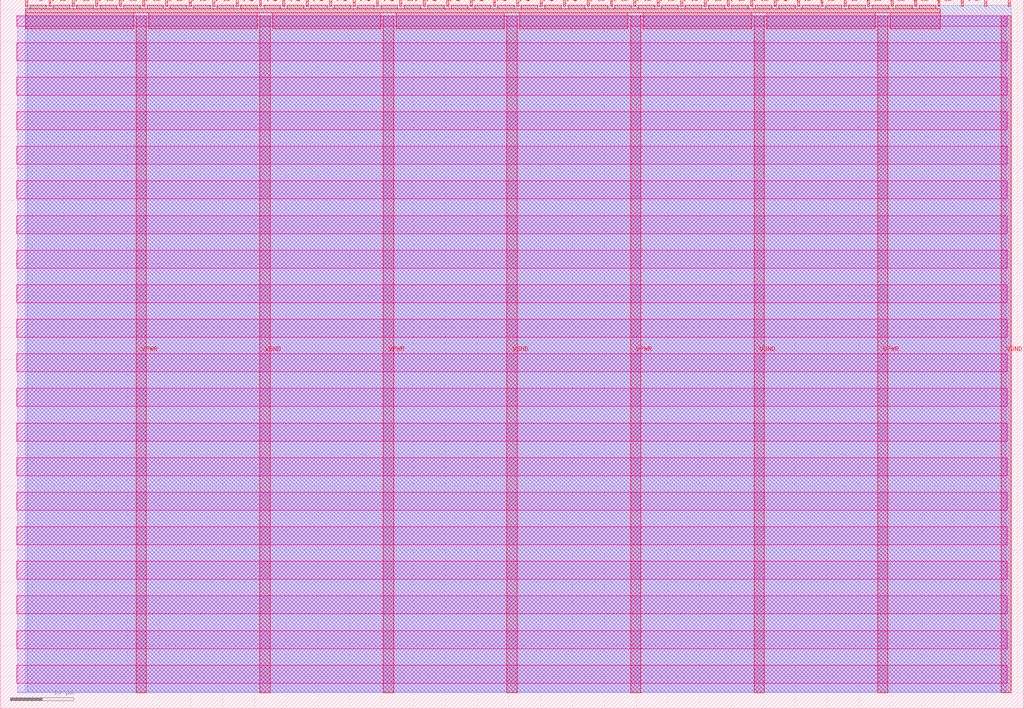
<source format=lef>
VERSION 5.7 ;
  NOWIREEXTENSIONATPIN ON ;
  DIVIDERCHAR "/" ;
  BUSBITCHARS "[]" ;
MACRO tt_um_wokwi_395055035944909825
  CLASS BLOCK ;
  FOREIGN tt_um_wokwi_395055035944909825 ;
  ORIGIN 0.000 0.000 ;
  SIZE 161.000 BY 111.520 ;
  PIN VGND
    DIRECTION INOUT ;
    USE GROUND ;
    PORT
      LAYER met4 ;
        RECT 40.830 2.480 42.430 109.040 ;
    END
    PORT
      LAYER met4 ;
        RECT 79.700 2.480 81.300 109.040 ;
    END
    PORT
      LAYER met4 ;
        RECT 118.570 2.480 120.170 109.040 ;
    END
    PORT
      LAYER met4 ;
        RECT 157.440 2.480 159.040 109.040 ;
    END
  END VGND
  PIN VPWR
    DIRECTION INOUT ;
    USE POWER ;
    PORT
      LAYER met4 ;
        RECT 21.395 2.480 22.995 109.040 ;
    END
    PORT
      LAYER met4 ;
        RECT 60.265 2.480 61.865 109.040 ;
    END
    PORT
      LAYER met4 ;
        RECT 99.135 2.480 100.735 109.040 ;
    END
    PORT
      LAYER met4 ;
        RECT 138.005 2.480 139.605 109.040 ;
    END
  END VPWR
  PIN clk
    DIRECTION INPUT ;
    USE SIGNAL ;
    PORT
      LAYER met4 ;
        RECT 154.870 110.520 155.170 111.520 ;
    END
  END clk
  PIN ena
    DIRECTION INPUT ;
    USE SIGNAL ;
    PORT
      LAYER met4 ;
        RECT 158.550 110.520 158.850 111.520 ;
    END
  END ena
  PIN rst_n
    DIRECTION INPUT ;
    USE SIGNAL ;
    PORT
      LAYER met4 ;
        RECT 151.190 110.520 151.490 111.520 ;
    END
  END rst_n
  PIN ui_in[0]
    DIRECTION INPUT ;
    USE SIGNAL ;
    ANTENNAGATEAREA 0.196500 ;
    PORT
      LAYER met4 ;
        RECT 147.510 110.520 147.810 111.520 ;
    END
  END ui_in[0]
  PIN ui_in[1]
    DIRECTION INPUT ;
    USE SIGNAL ;
    ANTENNAGATEAREA 0.196500 ;
    PORT
      LAYER met4 ;
        RECT 143.830 110.520 144.130 111.520 ;
    END
  END ui_in[1]
  PIN ui_in[2]
    DIRECTION INPUT ;
    USE SIGNAL ;
    ANTENNAGATEAREA 0.196500 ;
    PORT
      LAYER met4 ;
        RECT 140.150 110.520 140.450 111.520 ;
    END
  END ui_in[2]
  PIN ui_in[3]
    DIRECTION INPUT ;
    USE SIGNAL ;
    ANTENNAGATEAREA 0.196500 ;
    PORT
      LAYER met4 ;
        RECT 136.470 110.520 136.770 111.520 ;
    END
  END ui_in[3]
  PIN ui_in[4]
    DIRECTION INPUT ;
    USE SIGNAL ;
    ANTENNAGATEAREA 0.213000 ;
    PORT
      LAYER met4 ;
        RECT 132.790 110.520 133.090 111.520 ;
    END
  END ui_in[4]
  PIN ui_in[5]
    DIRECTION INPUT ;
    USE SIGNAL ;
    ANTENNAGATEAREA 0.213000 ;
    PORT
      LAYER met4 ;
        RECT 129.110 110.520 129.410 111.520 ;
    END
  END ui_in[5]
  PIN ui_in[6]
    DIRECTION INPUT ;
    USE SIGNAL ;
    ANTENNAGATEAREA 0.213000 ;
    PORT
      LAYER met4 ;
        RECT 125.430 110.520 125.730 111.520 ;
    END
  END ui_in[6]
  PIN ui_in[7]
    DIRECTION INPUT ;
    USE SIGNAL ;
    ANTENNAGATEAREA 0.213000 ;
    PORT
      LAYER met4 ;
        RECT 121.750 110.520 122.050 111.520 ;
    END
  END ui_in[7]
  PIN uio_in[0]
    DIRECTION INPUT ;
    USE SIGNAL ;
    PORT
      LAYER met4 ;
        RECT 118.070 110.520 118.370 111.520 ;
    END
  END uio_in[0]
  PIN uio_in[1]
    DIRECTION INPUT ;
    USE SIGNAL ;
    PORT
      LAYER met4 ;
        RECT 114.390 110.520 114.690 111.520 ;
    END
  END uio_in[1]
  PIN uio_in[2]
    DIRECTION INPUT ;
    USE SIGNAL ;
    PORT
      LAYER met4 ;
        RECT 110.710 110.520 111.010 111.520 ;
    END
  END uio_in[2]
  PIN uio_in[3]
    DIRECTION INPUT ;
    USE SIGNAL ;
    PORT
      LAYER met4 ;
        RECT 107.030 110.520 107.330 111.520 ;
    END
  END uio_in[3]
  PIN uio_in[4]
    DIRECTION INPUT ;
    USE SIGNAL ;
    PORT
      LAYER met4 ;
        RECT 103.350 110.520 103.650 111.520 ;
    END
  END uio_in[4]
  PIN uio_in[5]
    DIRECTION INPUT ;
    USE SIGNAL ;
    PORT
      LAYER met4 ;
        RECT 99.670 110.520 99.970 111.520 ;
    END
  END uio_in[5]
  PIN uio_in[6]
    DIRECTION INPUT ;
    USE SIGNAL ;
    PORT
      LAYER met4 ;
        RECT 95.990 110.520 96.290 111.520 ;
    END
  END uio_in[6]
  PIN uio_in[7]
    DIRECTION INPUT ;
    USE SIGNAL ;
    PORT
      LAYER met4 ;
        RECT 92.310 110.520 92.610 111.520 ;
    END
  END uio_in[7]
  PIN uio_oe[0]
    DIRECTION OUTPUT TRISTATE ;
    USE SIGNAL ;
    PORT
      LAYER met4 ;
        RECT 29.750 110.520 30.050 111.520 ;
    END
  END uio_oe[0]
  PIN uio_oe[1]
    DIRECTION OUTPUT TRISTATE ;
    USE SIGNAL ;
    PORT
      LAYER met4 ;
        RECT 26.070 110.520 26.370 111.520 ;
    END
  END uio_oe[1]
  PIN uio_oe[2]
    DIRECTION OUTPUT TRISTATE ;
    USE SIGNAL ;
    PORT
      LAYER met4 ;
        RECT 22.390 110.520 22.690 111.520 ;
    END
  END uio_oe[2]
  PIN uio_oe[3]
    DIRECTION OUTPUT TRISTATE ;
    USE SIGNAL ;
    PORT
      LAYER met4 ;
        RECT 18.710 110.520 19.010 111.520 ;
    END
  END uio_oe[3]
  PIN uio_oe[4]
    DIRECTION OUTPUT TRISTATE ;
    USE SIGNAL ;
    PORT
      LAYER met4 ;
        RECT 15.030 110.520 15.330 111.520 ;
    END
  END uio_oe[4]
  PIN uio_oe[5]
    DIRECTION OUTPUT TRISTATE ;
    USE SIGNAL ;
    PORT
      LAYER met4 ;
        RECT 11.350 110.520 11.650 111.520 ;
    END
  END uio_oe[5]
  PIN uio_oe[6]
    DIRECTION OUTPUT TRISTATE ;
    USE SIGNAL ;
    PORT
      LAYER met4 ;
        RECT 7.670 110.520 7.970 111.520 ;
    END
  END uio_oe[6]
  PIN uio_oe[7]
    DIRECTION OUTPUT TRISTATE ;
    USE SIGNAL ;
    PORT
      LAYER met4 ;
        RECT 3.990 110.520 4.290 111.520 ;
    END
  END uio_oe[7]
  PIN uio_out[0]
    DIRECTION OUTPUT TRISTATE ;
    USE SIGNAL ;
    PORT
      LAYER met4 ;
        RECT 59.190 110.520 59.490 111.520 ;
    END
  END uio_out[0]
  PIN uio_out[1]
    DIRECTION OUTPUT TRISTATE ;
    USE SIGNAL ;
    PORT
      LAYER met4 ;
        RECT 55.510 110.520 55.810 111.520 ;
    END
  END uio_out[1]
  PIN uio_out[2]
    DIRECTION OUTPUT TRISTATE ;
    USE SIGNAL ;
    PORT
      LAYER met4 ;
        RECT 51.830 110.520 52.130 111.520 ;
    END
  END uio_out[2]
  PIN uio_out[3]
    DIRECTION OUTPUT TRISTATE ;
    USE SIGNAL ;
    PORT
      LAYER met4 ;
        RECT 48.150 110.520 48.450 111.520 ;
    END
  END uio_out[3]
  PIN uio_out[4]
    DIRECTION OUTPUT TRISTATE ;
    USE SIGNAL ;
    PORT
      LAYER met4 ;
        RECT 44.470 110.520 44.770 111.520 ;
    END
  END uio_out[4]
  PIN uio_out[5]
    DIRECTION OUTPUT TRISTATE ;
    USE SIGNAL ;
    PORT
      LAYER met4 ;
        RECT 40.790 110.520 41.090 111.520 ;
    END
  END uio_out[5]
  PIN uio_out[6]
    DIRECTION OUTPUT TRISTATE ;
    USE SIGNAL ;
    PORT
      LAYER met4 ;
        RECT 37.110 110.520 37.410 111.520 ;
    END
  END uio_out[6]
  PIN uio_out[7]
    DIRECTION OUTPUT TRISTATE ;
    USE SIGNAL ;
    PORT
      LAYER met4 ;
        RECT 33.430 110.520 33.730 111.520 ;
    END
  END uio_out[7]
  PIN uo_out[0]
    DIRECTION OUTPUT TRISTATE ;
    USE SIGNAL ;
    ANTENNADIFFAREA 0.795200 ;
    PORT
      LAYER met4 ;
        RECT 88.630 110.520 88.930 111.520 ;
    END
  END uo_out[0]
  PIN uo_out[1]
    DIRECTION OUTPUT TRISTATE ;
    USE SIGNAL ;
    PORT
      LAYER met4 ;
        RECT 84.950 110.520 85.250 111.520 ;
    END
  END uo_out[1]
  PIN uo_out[2]
    DIRECTION OUTPUT TRISTATE ;
    USE SIGNAL ;
    ANTENNADIFFAREA 0.795200 ;
    PORT
      LAYER met4 ;
        RECT 81.270 110.520 81.570 111.520 ;
    END
  END uo_out[2]
  PIN uo_out[3]
    DIRECTION OUTPUT TRISTATE ;
    USE SIGNAL ;
    PORT
      LAYER met4 ;
        RECT 77.590 110.520 77.890 111.520 ;
    END
  END uo_out[3]
  PIN uo_out[4]
    DIRECTION OUTPUT TRISTATE ;
    USE SIGNAL ;
    ANTENNADIFFAREA 0.795200 ;
    PORT
      LAYER met4 ;
        RECT 73.910 110.520 74.210 111.520 ;
    END
  END uo_out[4]
  PIN uo_out[5]
    DIRECTION OUTPUT TRISTATE ;
    USE SIGNAL ;
    ANTENNADIFFAREA 0.795200 ;
    PORT
      LAYER met4 ;
        RECT 70.230 110.520 70.530 111.520 ;
    END
  END uo_out[5]
  PIN uo_out[6]
    DIRECTION OUTPUT TRISTATE ;
    USE SIGNAL ;
    ANTENNADIFFAREA 0.795200 ;
    PORT
      LAYER met4 ;
        RECT 66.550 110.520 66.850 111.520 ;
    END
  END uo_out[6]
  PIN uo_out[7]
    DIRECTION OUTPUT TRISTATE ;
    USE SIGNAL ;
    ANTENNADIFFAREA 0.795200 ;
    PORT
      LAYER met4 ;
        RECT 62.870 110.520 63.170 111.520 ;
    END
  END uo_out[7]
  OBS
      LAYER nwell ;
        RECT 2.570 107.385 158.430 108.990 ;
        RECT 2.570 101.945 158.430 104.775 ;
        RECT 2.570 96.505 158.430 99.335 ;
        RECT 2.570 91.065 158.430 93.895 ;
        RECT 2.570 85.625 158.430 88.455 ;
        RECT 2.570 80.185 158.430 83.015 ;
        RECT 2.570 74.745 158.430 77.575 ;
        RECT 2.570 69.305 158.430 72.135 ;
        RECT 2.570 63.865 158.430 66.695 ;
        RECT 2.570 58.425 158.430 61.255 ;
        RECT 2.570 52.985 158.430 55.815 ;
        RECT 2.570 47.545 158.430 50.375 ;
        RECT 2.570 42.105 158.430 44.935 ;
        RECT 2.570 36.665 158.430 39.495 ;
        RECT 2.570 31.225 158.430 34.055 ;
        RECT 2.570 25.785 158.430 28.615 ;
        RECT 2.570 20.345 158.430 23.175 ;
        RECT 2.570 14.905 158.430 17.735 ;
        RECT 2.570 9.465 158.430 12.295 ;
        RECT 2.570 4.025 158.430 6.855 ;
      LAYER li1 ;
        RECT 2.760 2.635 158.240 108.885 ;
      LAYER met1 ;
        RECT 2.760 2.480 159.040 109.040 ;
      LAYER met2 ;
        RECT 4.230 2.535 159.010 110.685 ;
      LAYER met3 ;
        RECT 3.950 2.555 159.030 110.665 ;
      LAYER met4 ;
        RECT 4.690 110.120 7.270 110.665 ;
        RECT 8.370 110.120 10.950 110.665 ;
        RECT 12.050 110.120 14.630 110.665 ;
        RECT 15.730 110.120 18.310 110.665 ;
        RECT 19.410 110.120 21.990 110.665 ;
        RECT 23.090 110.120 25.670 110.665 ;
        RECT 26.770 110.120 29.350 110.665 ;
        RECT 30.450 110.120 33.030 110.665 ;
        RECT 34.130 110.120 36.710 110.665 ;
        RECT 37.810 110.120 40.390 110.665 ;
        RECT 41.490 110.120 44.070 110.665 ;
        RECT 45.170 110.120 47.750 110.665 ;
        RECT 48.850 110.120 51.430 110.665 ;
        RECT 52.530 110.120 55.110 110.665 ;
        RECT 56.210 110.120 58.790 110.665 ;
        RECT 59.890 110.120 62.470 110.665 ;
        RECT 63.570 110.120 66.150 110.665 ;
        RECT 67.250 110.120 69.830 110.665 ;
        RECT 70.930 110.120 73.510 110.665 ;
        RECT 74.610 110.120 77.190 110.665 ;
        RECT 78.290 110.120 80.870 110.665 ;
        RECT 81.970 110.120 84.550 110.665 ;
        RECT 85.650 110.120 88.230 110.665 ;
        RECT 89.330 110.120 91.910 110.665 ;
        RECT 93.010 110.120 95.590 110.665 ;
        RECT 96.690 110.120 99.270 110.665 ;
        RECT 100.370 110.120 102.950 110.665 ;
        RECT 104.050 110.120 106.630 110.665 ;
        RECT 107.730 110.120 110.310 110.665 ;
        RECT 111.410 110.120 113.990 110.665 ;
        RECT 115.090 110.120 117.670 110.665 ;
        RECT 118.770 110.120 121.350 110.665 ;
        RECT 122.450 110.120 125.030 110.665 ;
        RECT 126.130 110.120 128.710 110.665 ;
        RECT 129.810 110.120 132.390 110.665 ;
        RECT 133.490 110.120 136.070 110.665 ;
        RECT 137.170 110.120 139.750 110.665 ;
        RECT 140.850 110.120 143.430 110.665 ;
        RECT 144.530 110.120 147.110 110.665 ;
        RECT 3.975 109.440 147.825 110.120 ;
        RECT 3.975 106.935 20.995 109.440 ;
        RECT 23.395 106.935 40.430 109.440 ;
        RECT 42.830 106.935 59.865 109.440 ;
        RECT 62.265 106.935 79.300 109.440 ;
        RECT 81.700 106.935 98.735 109.440 ;
        RECT 101.135 106.935 118.170 109.440 ;
        RECT 120.570 106.935 137.605 109.440 ;
        RECT 140.005 106.935 147.825 109.440 ;
  END
END tt_um_wokwi_395055035944909825
END LIBRARY


</source>
